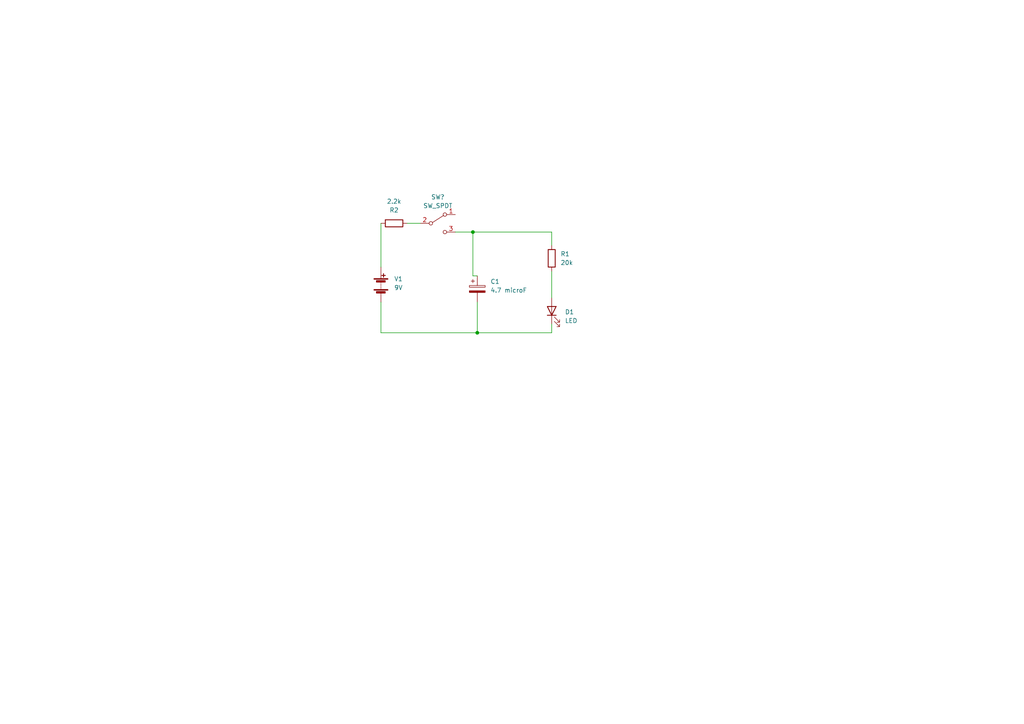
<source format=kicad_sch>
(kicad_sch (version 20211123) (generator eeschema)
  (paper "A4")
  (lib_symbols
    (symbol "Device:Battery" (pin_numbers hide) (pin_names (offset 0) hide)
      (property "Reference" "BT" (at 2.54 2.54 0))
      (property "Value" "Battery" (at 2.54 0 0))
      (symbol "Battery_0_1"
        (rectangle (start -2.032 -1.397) (end 2.032 -1.651) (fill (type outline)))
        (rectangle (start -2.032 1.778) (end 2.032 1.524) (fill (type outline)))
        (rectangle (start -1.3208 -1.9812) (end 1.27 -2.4892) (fill (type outline)))
        (rectangle (start -1.3208 1.1938) (end 1.27 0.6858) (fill (type outline)))
        (polyline (pts (xy 0 -1.524) (xy 0 -1.27)))
        (polyline (pts (xy 0 -1.016) (xy 0 -0.762)))
        (polyline (pts (xy 0 -0.508) (xy 0 -0.254)))
        (polyline (pts (xy 0 0) (xy 0 0.254)))
        (polyline (pts (xy 0 0.508) (xy 0 0.762)))
        (polyline (pts (xy 0 1.778) (xy 0 2.54)))
        (polyline (pts (xy 0.254 2.667) (xy 1.27 2.667)) (stroke (width 0.254)))
        (polyline (pts (xy 0.762 3.175) (xy 0.762 2.159)) (stroke (width 0.254)))
      )
      (symbol "Battery_1_1"
        (pin passive line (at 0 5.08 270) (length 2.54) (name "+") (number "1"))
        (pin passive line (at 0 -5.08 90) (length 2.54) (name "-") (number "2"))
      )
    )
    (symbol "Device:C_Polarized" (pin_numbers hide) (pin_names (offset 0.254))
      (property "Reference" "C" (at 0.635 2.54 0))
      (property "Value" "C_Polarized" (at 0.635 -2.54 0))
      (symbol "C_Polarized_0_1"
        (rectangle (start -2.286 0.508) (end 2.286 1.016))
        (polyline (pts (xy -1.778 2.286) (xy -0.762 2.286)))
        (polyline (pts (xy -1.27 2.794) (xy -1.27 1.778)))
        (rectangle (start 2.286 -0.508) (end -2.286 -1.016) (fill (type outline)))
      )
      (symbol "C_Polarized_1_1"
        (pin passive line (at 0 3.81 270) (length 2.794) (name "~") (number "1"))
        (pin passive line (at 0 -3.81 90) (length 2.794) (name "~") (number "2"))
      )
    )
    (symbol "Device:LED" (pin_numbers hide) (pin_names (offset 1.016) hide)
      (property "Reference" "D" (at 0 2.54 0))
      (property "Value" "LED" (at 0 -2.54 0))
      (symbol "LED_0_1"
        (polyline (pts (xy -1.27 -1.27) (xy -1.27 1.27)) (stroke (width 0.254)))
        (polyline (pts (xy -1.27 0) (xy 1.27 0)))
        (polyline (pts (xy 1.27 -1.27) (xy 1.27 1.27) (xy -1.27 0) (xy 1.27 -1.27)) (stroke (width 0.254)))
        (polyline (pts (xy -3.048 -0.762) (xy -4.572 -2.286) (xy -3.81 -2.286) (xy -4.572 -2.286) (xy -4.572 -1.524)))
        (polyline (pts (xy -1.778 -0.762) (xy -3.302 -2.286) (xy -2.54 -2.286) (xy -3.302 -2.286) (xy -3.302 -1.524)))
      )
      (symbol "LED_1_1"
        (pin passive line (at -3.81 0 0) (length 2.54) (name "K") (number "1"))
        (pin passive line (at 3.81 0 180) (length 2.54) (name "A") (number "2"))
      )
    )
    (symbol "Device:R" (pin_numbers hide) (pin_names (offset 0))
      (property "Reference" "R" (at 2.032 0 90))
      (property "Value" "R" (at 0 0 90))
      (symbol "R_0_1"
        (rectangle (start -1.016 -2.54) (end 1.016 2.54) (stroke (width 0.254)))
      )
      (symbol "R_1_1"
        (pin passive line (at 0 3.81 270) (length 1.27) (name "~") (number "1"))
        (pin passive line (at 0 -3.81 90) (length 1.27) (name "~") (number "2"))
      )
    )
    (symbol "Switch:SW_SPDT" (pin_names (offset 0) hide)
      (property "Reference" "SW" (at 0 4.318 0))
      (property "Value" "SW_SPDT" (at 0 -5.08 0))
      (symbol "SW_SPDT_0_0"
        (circle (center -2.032 0) (radius 0.508))
        (circle (center 2.032 -2.54) (radius 0.508))
      )
      (symbol "SW_SPDT_0_1"
        (polyline (pts (xy -1.524 0.254) (xy 1.651 2.286)))
        (circle (center 2.032 2.54) (radius 0.508))
      )
      (symbol "SW_SPDT_1_1"
        (pin passive line (at 5.08 2.54 180) (length 2.54) (name "A") (number "1"))
        (pin passive line (at -5.08 0 0) (length 2.54) (name "B") (number "2"))
        (pin passive line (at 5.08 -2.54 180) (length 2.54) (name "C") (number "3"))
      )
    )
  )
  (junction (at 138.43 96.52))
  (junction (at 137.16 67.31))
  (wire (pts (xy 110.49 96.52) (xy 138.43 96.52)))
  (wire (pts (xy 137.16 80.01) (xy 138.43 80.01)))
  (wire (pts (xy 132.08 67.31) (xy 137.16 67.31)))
  (wire (pts (xy 118.11 64.77) (xy 121.92 64.77)))
  (wire (pts (xy 137.16 67.31) (xy 137.16 80.01)))
  (wire (pts (xy 110.49 64.77) (xy 110.49 77.47)))
  (wire (pts (xy 160.02 78.74) (xy 160.02 86.36)))
  (wire (pts (xy 160.02 93.98) (xy 160.02 96.52)))
  (wire (pts (xy 160.02 67.31) (xy 160.02 71.12)))
  (wire (pts (xy 138.43 87.63) (xy 138.43 96.52)))
  (wire (pts (xy 110.49 87.63) (xy 110.49 96.52)))
  (wire (pts (xy 160.02 96.52) (xy 138.43 96.52)))
  (wire (pts (xy 137.16 67.31) (xy 160.02 67.31)))
  (symbol (lib_id "Device:R") (at 114.3 64.77 90) (unit 1)
    (property "Reference" "2.2k" (at 114.3 58.42 90))
    (property "Value" "R2" (at 114.3 60.96 90))
  )
  (symbol (lib_id "Device:Battery") (at 110.49 82.55 0) (unit 1)
    (property "Reference" "V1" (at 114.3 80.8989 0) (effects (justify left)))
    (property "Value" "9V" (at 114.3 83.4389 0) (effects (justify left)))
  )
  (symbol (lib_id "Switch:SW_SPDT") (at 127 64.77 0) (unit 1)
    (property "Reference" "SW?" (at 127 57.15 0))
    (property "Value" "SW_SPDT" (at 127 59.69 0))
  )
  (symbol (lib_id "Device:LED") (at 160.02 90.17 90) (unit 1)
    (property "Reference" "D1" (at 163.83 90.4874 90) (effects (justify right)))
    (property "Value" "LED" (at 163.83 93.0274 90) (effects (justify right)))
  )
  (symbol (lib_id "Device:R") (at 160.02 74.93 0) (unit 1)
    (property "Reference" "R1" (at 162.56 73.6599 0) (effects (justify left)))
    (property "Value" "20k" (at 162.56 76.1999 0) (effects (justify left)))
  )
  (symbol (lib_id "Device:C_Polarized") (at 138.43 83.82 0) (unit 1)
    (property "Reference" "C1" (at 142.24 81.6609 0) (effects (justify left)))
    (property "Value" "4.7 microF" (at 142.24 84.2009 0) (effects (justify left)))
  )
)
</source>
